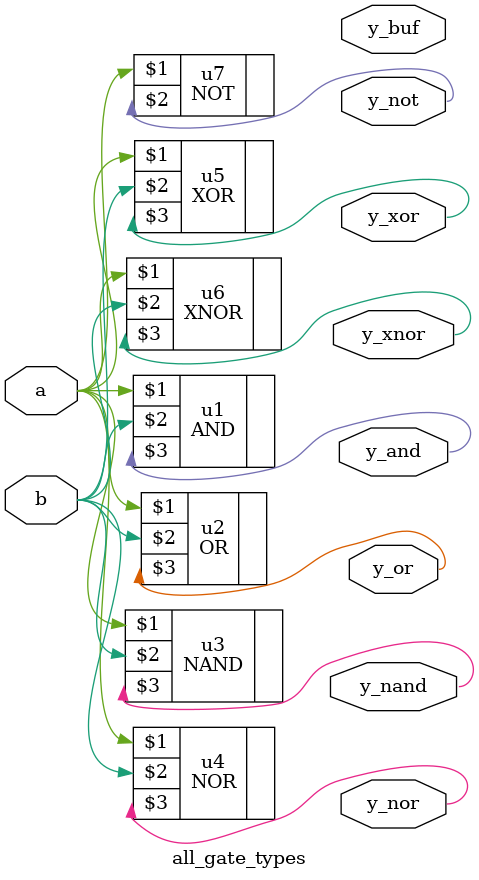
<source format=sv>
module all_gate_types(a, b, y_and, y_or, y_nand, y_nor, y_xor, y_xnor, y_not, y_buf);
  input logic a, b;
  output logic y_and, y_or, y_nand, y_nor, y_xor, y_xnor, y_not, y_buf;

  AND u1(a, b, y_and);
  OR u2(a, b, y_or);
  NAND u3(a, b, y_nand);
  NOR u4(a, b, y_nor);
  XOR u5(a, b, y_xor);
  XNOR u6(a, b, y_xnor);
  NOT u7(a, y_not);
endmodule

</source>
